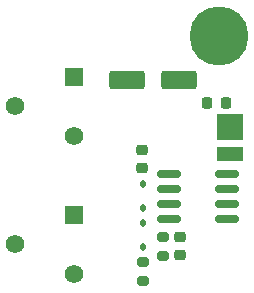
<source format=gts>
G04 #@! TF.GenerationSoftware,KiCad,Pcbnew,8.0.1*
G04 #@! TF.CreationDate,2024-07-10T16:12:50+08:00*
G04 #@! TF.ProjectId,555Sandbox,35353553-616e-4646-926f-782e6b696361,1.0.0*
G04 #@! TF.SameCoordinates,Original*
G04 #@! TF.FileFunction,Soldermask,Top*
G04 #@! TF.FilePolarity,Negative*
%FSLAX46Y46*%
G04 Gerber Fmt 4.6, Leading zero omitted, Abs format (unit mm)*
G04 Created by KiCad (PCBNEW 8.0.1) date 2024-07-10 16:12:50*
%MOMM*%
%LPD*%
G01*
G04 APERTURE LIST*
G04 Aperture macros list*
%AMRoundRect*
0 Rectangle with rounded corners*
0 $1 Rounding radius*
0 $2 $3 $4 $5 $6 $7 $8 $9 X,Y pos of 4 corners*
0 Add a 4 corners polygon primitive as box body*
4,1,4,$2,$3,$4,$5,$6,$7,$8,$9,$2,$3,0*
0 Add four circle primitives for the rounded corners*
1,1,$1+$1,$2,$3*
1,1,$1+$1,$4,$5*
1,1,$1+$1,$6,$7*
1,1,$1+$1,$8,$9*
0 Add four rect primitives between the rounded corners*
20,1,$1+$1,$2,$3,$4,$5,0*
20,1,$1+$1,$4,$5,$6,$7,0*
20,1,$1+$1,$6,$7,$8,$9,0*
20,1,$1+$1,$8,$9,$2,$3,0*%
G04 Aperture macros list end*
%ADD10RoundRect,0.150000X0.825000X0.150000X-0.825000X0.150000X-0.825000X-0.150000X0.825000X-0.150000X0*%
%ADD11R,2.200000X2.200000*%
%ADD12R,2.200000X1.250000*%
%ADD13RoundRect,0.250000X-1.250000X-0.550000X1.250000X-0.550000X1.250000X0.550000X-1.250000X0.550000X0*%
%ADD14RoundRect,0.200000X-0.275000X0.200000X-0.275000X-0.200000X0.275000X-0.200000X0.275000X0.200000X0*%
%ADD15RoundRect,0.225000X0.225000X0.250000X-0.225000X0.250000X-0.225000X-0.250000X0.225000X-0.250000X0*%
%ADD16RoundRect,0.200000X0.275000X-0.200000X0.275000X0.200000X-0.275000X0.200000X-0.275000X-0.200000X0*%
%ADD17RoundRect,0.225000X0.250000X-0.225000X0.250000X0.225000X-0.250000X0.225000X-0.250000X-0.225000X0*%
%ADD18RoundRect,0.225000X-0.250000X0.225000X-0.250000X-0.225000X0.250000X-0.225000X0.250000X0.225000X0*%
%ADD19RoundRect,0.112500X-0.112500X0.187500X-0.112500X-0.187500X0.112500X-0.187500X0.112500X0.187500X0*%
%ADD20R,1.560000X1.560000*%
%ADD21C,1.560000*%
%ADD22C,5.000000*%
G04 APERTURE END LIST*
D10*
X94300000Y-85470000D03*
X94300000Y-84200000D03*
X94300000Y-82930000D03*
X94300000Y-81660000D03*
X89350000Y-81660000D03*
X89350000Y-82930000D03*
X89350000Y-84200000D03*
X89350000Y-85470000D03*
D11*
X94500000Y-77700000D03*
D12*
X94500000Y-79975000D03*
D13*
X85850000Y-73650000D03*
X90250000Y-73650000D03*
D14*
X87125000Y-89075000D03*
X87125000Y-90725000D03*
D15*
X94150000Y-75600000D03*
X92600000Y-75600000D03*
D16*
X88825000Y-88600000D03*
X88825000Y-86950000D03*
D17*
X87100000Y-81175000D03*
X87100000Y-79625000D03*
D18*
X90300000Y-86975000D03*
X90300000Y-88525000D03*
D19*
X87125000Y-82450000D03*
X87125000Y-84550000D03*
X87125000Y-85750000D03*
X87125000Y-87850000D03*
D20*
X81350000Y-73400000D03*
D21*
X76350000Y-75900000D03*
X81350000Y-78400000D03*
D22*
X93600000Y-69950000D03*
D20*
X81350000Y-85100000D03*
D21*
X76350000Y-87600000D03*
X81350000Y-90100000D03*
M02*

</source>
